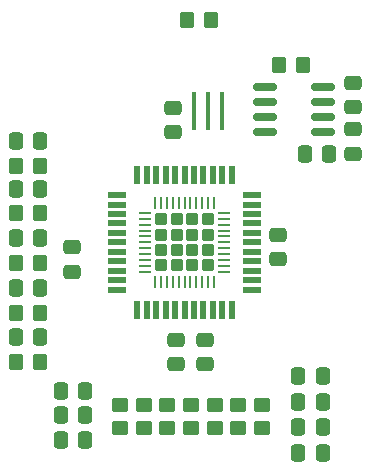
<source format=gbr>
%TF.GenerationSoftware,KiCad,Pcbnew,(6.0.9)*%
%TF.CreationDate,2024-03-30T18:33:12+01:00*%
%TF.ProjectId,HBW-IO-12-FM,4842572d-494f-42d3-9132-2d464d2e6b69,rev?*%
%TF.SameCoordinates,Original*%
%TF.FileFunction,Paste,Bot*%
%TF.FilePolarity,Positive*%
%FSLAX46Y46*%
G04 Gerber Fmt 4.6, Leading zero omitted, Abs format (unit mm)*
G04 Created by KiCad (PCBNEW (6.0.9)) date 2024-03-30 18:33:12*
%MOMM*%
%LPD*%
G01*
G04 APERTURE LIST*
G04 Aperture macros list*
%AMRoundRect*
0 Rectangle with rounded corners*
0 $1 Rounding radius*
0 $2 $3 $4 $5 $6 $7 $8 $9 X,Y pos of 4 corners*
0 Add a 4 corners polygon primitive as box body*
4,1,4,$2,$3,$4,$5,$6,$7,$8,$9,$2,$3,0*
0 Add four circle primitives for the rounded corners*
1,1,$1+$1,$2,$3*
1,1,$1+$1,$4,$5*
1,1,$1+$1,$6,$7*
1,1,$1+$1,$8,$9*
0 Add four rect primitives between the rounded corners*
20,1,$1+$1,$2,$3,$4,$5,0*
20,1,$1+$1,$4,$5,$6,$7,0*
20,1,$1+$1,$6,$7,$8,$9,0*
20,1,$1+$1,$8,$9,$2,$3,0*%
G04 Aperture macros list end*
%ADD10RoundRect,0.250000X-0.337500X-0.475000X0.337500X-0.475000X0.337500X0.475000X-0.337500X0.475000X0*%
%ADD11RoundRect,0.250000X0.450000X-0.350000X0.450000X0.350000X-0.450000X0.350000X-0.450000X-0.350000X0*%
%ADD12R,0.400000X3.200000*%
%ADD13RoundRect,0.250000X-0.350000X-0.450000X0.350000X-0.450000X0.350000X0.450000X-0.350000X0.450000X0*%
%ADD14RoundRect,0.250000X0.337500X0.475000X-0.337500X0.475000X-0.337500X-0.475000X0.337500X-0.475000X0*%
%ADD15RoundRect,0.250000X-0.475000X0.337500X-0.475000X-0.337500X0.475000X-0.337500X0.475000X0.337500X0*%
%ADD16R,0.550000X1.500000*%
%ADD17R,1.500000X0.550000*%
%ADD18RoundRect,0.250000X0.475000X-0.337500X0.475000X0.337500X-0.475000X0.337500X-0.475000X-0.337500X0*%
%ADD19RoundRect,0.250000X0.350000X0.450000X-0.350000X0.450000X-0.350000X-0.450000X0.350000X-0.450000X0*%
%ADD20RoundRect,0.250000X-0.275000X0.275000X-0.275000X-0.275000X0.275000X-0.275000X0.275000X0.275000X0*%
%ADD21RoundRect,0.062500X-0.062500X0.475000X-0.062500X-0.475000X0.062500X-0.475000X0.062500X0.475000X0*%
%ADD22RoundRect,0.062500X-0.475000X0.062500X-0.475000X-0.062500X0.475000X-0.062500X0.475000X0.062500X0*%
%ADD23RoundRect,0.150000X-0.825000X-0.150000X0.825000X-0.150000X0.825000X0.150000X-0.825000X0.150000X0*%
G04 APERTURE END LIST*
D10*
%TO.C,C2*%
X138762500Y-89500000D03*
X140837500Y-89500000D03*
%TD*%
D11*
%TO.C,R4*%
X149800000Y-88500000D03*
X149800000Y-86500000D03*
%TD*%
D12*
%TO.C,Q1*%
X152450000Y-61600000D03*
X151250000Y-61600000D03*
X150050000Y-61600000D03*
%TD*%
D10*
%TO.C,C4*%
X138762500Y-85300000D03*
X140837500Y-85300000D03*
%TD*%
%TO.C,C3*%
X138762500Y-87400000D03*
X140837500Y-87400000D03*
%TD*%
D13*
%TO.C,R12*%
X135000000Y-66250000D03*
X137000000Y-66250000D03*
%TD*%
D14*
%TO.C,C1*%
X160937500Y-84100000D03*
X158862500Y-84100000D03*
%TD*%
D15*
%TO.C,C23*%
X157200000Y-72125000D03*
X157200000Y-74200000D03*
%TD*%
D10*
%TO.C,C9*%
X134962500Y-76600000D03*
X137037500Y-76600000D03*
%TD*%
D16*
%TO.C,IC1*%
X145250000Y-67050000D03*
X146050000Y-67050000D03*
X146850000Y-67050000D03*
X147650000Y-67050000D03*
X148450000Y-67050000D03*
X149250000Y-67050000D03*
X150050000Y-67050000D03*
X150850000Y-67050000D03*
X151650000Y-67050000D03*
X152450000Y-67050000D03*
X153250000Y-67050000D03*
D17*
X154950000Y-68750000D03*
X154950000Y-69550000D03*
X154950000Y-70350000D03*
X154950000Y-71150000D03*
X154950000Y-71950000D03*
X154950000Y-72750000D03*
X154950000Y-73550000D03*
X154950000Y-74350000D03*
X154950000Y-75150000D03*
X154950000Y-75950000D03*
X154950000Y-76750000D03*
D16*
X153250000Y-78450000D03*
X152450000Y-78450000D03*
X151650000Y-78450000D03*
X150850000Y-78450000D03*
X150050000Y-78450000D03*
X149250000Y-78450000D03*
X148450000Y-78450000D03*
X147650000Y-78450000D03*
X146850000Y-78450000D03*
X146050000Y-78450000D03*
X145250000Y-78450000D03*
D17*
X143550000Y-76750000D03*
X143550000Y-75950000D03*
X143550000Y-75150000D03*
X143550000Y-74350000D03*
X143550000Y-73550000D03*
X143550000Y-72750000D03*
X143550000Y-71950000D03*
X143550000Y-71150000D03*
X143550000Y-70350000D03*
X143550000Y-69550000D03*
X143550000Y-68750000D03*
%TD*%
D14*
%TO.C,C27*%
X161500000Y-65250000D03*
X159425000Y-65250000D03*
%TD*%
D11*
%TO.C,R5*%
X147800000Y-88500000D03*
X147800000Y-86500000D03*
%TD*%
D18*
%TO.C,C13*%
X148500000Y-83075000D03*
X148500000Y-81000000D03*
%TD*%
D10*
%TO.C,C11*%
X134962500Y-68200000D03*
X137037500Y-68200000D03*
%TD*%
%TO.C,C12*%
X134962500Y-64200000D03*
X137037500Y-64200000D03*
%TD*%
%TO.C,C8*%
X134962500Y-80800000D03*
X137037500Y-80800000D03*
%TD*%
D13*
%TO.C,R8*%
X135000000Y-82900000D03*
X137000000Y-82900000D03*
%TD*%
D19*
%TO.C,R13*%
X151500000Y-53900000D03*
X149500000Y-53900000D03*
%TD*%
D14*
%TO.C,C7*%
X160937500Y-90600000D03*
X158862500Y-90600000D03*
%TD*%
D18*
%TO.C,C25*%
X139700000Y-75237500D03*
X139700000Y-73162500D03*
%TD*%
D20*
%TO.C,IC2*%
X151200000Y-70800000D03*
X148600000Y-73400000D03*
X149900000Y-70800000D03*
X151200000Y-74700000D03*
X151200000Y-73400000D03*
X147300000Y-72100000D03*
X149900000Y-72100000D03*
X148600000Y-72100000D03*
X149900000Y-74700000D03*
X147300000Y-74700000D03*
X148600000Y-74700000D03*
X151200000Y-72100000D03*
X149900000Y-73400000D03*
X147300000Y-70800000D03*
X147300000Y-73400000D03*
X148600000Y-70800000D03*
D21*
X146750000Y-69412500D03*
X147250000Y-69412500D03*
X147750000Y-69412500D03*
X148250000Y-69412500D03*
X148750000Y-69412500D03*
X149250000Y-69412500D03*
X149750000Y-69412500D03*
X150250000Y-69412500D03*
X150750000Y-69412500D03*
X151250000Y-69412500D03*
X151750000Y-69412500D03*
D22*
X152587500Y-70250000D03*
X152587500Y-70750000D03*
X152587500Y-71250000D03*
X152587500Y-71750000D03*
X152587500Y-72250000D03*
X152587500Y-72750000D03*
X152587500Y-73250000D03*
X152587500Y-73750000D03*
X152587500Y-74250000D03*
X152587500Y-74750000D03*
X152587500Y-75250000D03*
D21*
X151750000Y-76087500D03*
X151250000Y-76087500D03*
X150750000Y-76087500D03*
X150250000Y-76087500D03*
X149750000Y-76087500D03*
X149250000Y-76087500D03*
X148750000Y-76087500D03*
X148250000Y-76087500D03*
X147750000Y-76087500D03*
X147250000Y-76087500D03*
X146750000Y-76087500D03*
D22*
X145912500Y-75250000D03*
X145912500Y-74750000D03*
X145912500Y-74250000D03*
X145912500Y-73750000D03*
X145912500Y-73250000D03*
X145912500Y-72750000D03*
X145912500Y-72250000D03*
X145912500Y-71750000D03*
X145912500Y-71250000D03*
X145912500Y-70750000D03*
X145912500Y-70250000D03*
%TD*%
D10*
%TO.C,C10*%
X134962500Y-72400000D03*
X137037500Y-72400000D03*
%TD*%
D18*
%TO.C,C15*%
X163500000Y-61307500D03*
X163500000Y-59232500D03*
%TD*%
%TO.C,C26*%
X148300000Y-63437500D03*
X148300000Y-61362500D03*
%TD*%
D13*
%TO.C,R10*%
X135000000Y-74500000D03*
X137000000Y-74500000D03*
%TD*%
D15*
%TO.C,C14*%
X163500000Y-63172500D03*
X163500000Y-65247500D03*
%TD*%
D13*
%TO.C,R15*%
X157250000Y-57750000D03*
X159250000Y-57750000D03*
%TD*%
D11*
%TO.C,R1*%
X155800000Y-88500000D03*
X155800000Y-86500000D03*
%TD*%
%TO.C,R3*%
X151800000Y-88500000D03*
X151800000Y-86500000D03*
%TD*%
D14*
%TO.C,C5*%
X160937500Y-86300000D03*
X158862500Y-86300000D03*
%TD*%
D23*
%TO.C,IC3*%
X156025000Y-63405000D03*
X156025000Y-62135000D03*
X156025000Y-60865000D03*
X156025000Y-59595000D03*
X160975000Y-59595000D03*
X160975000Y-60865000D03*
X160975000Y-62135000D03*
X160975000Y-63405000D03*
%TD*%
D11*
%TO.C,R7*%
X143800000Y-88500000D03*
X143800000Y-86500000D03*
%TD*%
D15*
%TO.C,C24*%
X151000000Y-81000000D03*
X151000000Y-83075000D03*
%TD*%
D13*
%TO.C,R11*%
X135000000Y-70300000D03*
X137000000Y-70300000D03*
%TD*%
%TO.C,R9*%
X135000000Y-78700000D03*
X137000000Y-78700000D03*
%TD*%
D11*
%TO.C,R2*%
X153800000Y-88500000D03*
X153800000Y-86500000D03*
%TD*%
D14*
%TO.C,C6*%
X160937500Y-88400000D03*
X158862500Y-88400000D03*
%TD*%
D11*
%TO.C,R6*%
X145800000Y-88500000D03*
X145800000Y-86500000D03*
%TD*%
M02*

</source>
